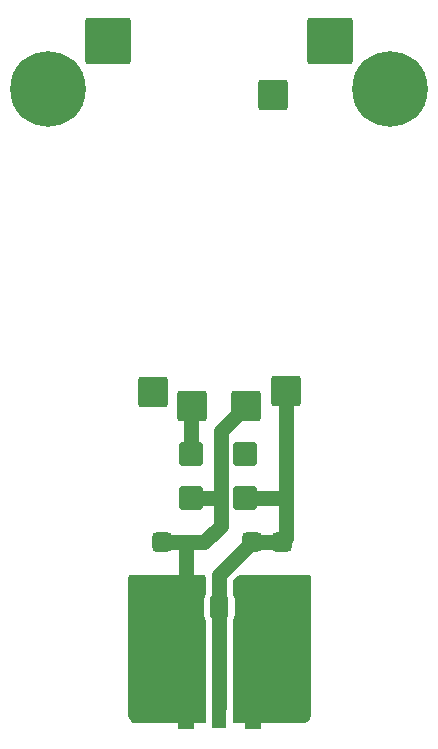
<source format=gbr>
%TF.GenerationSoftware,KiCad,Pcbnew,6.0.2+dfsg-1*%
%TF.CreationDate,2023-02-03T10:11:00+01:00*%
%TF.ProjectId,UniBalun1.2,556e6942-616c-4756-9e31-2e322e6b6963,rev?*%
%TF.SameCoordinates,Original*%
%TF.FileFunction,Copper,L1,Top*%
%TF.FilePolarity,Positive*%
%FSLAX46Y46*%
G04 Gerber Fmt 4.6, Leading zero omitted, Abs format (unit mm)*
G04 Created by KiCad (PCBNEW 6.0.2+dfsg-1) date 2023-02-03 10:11:00*
%MOMM*%
%LPD*%
G01*
G04 APERTURE LIST*
G04 Aperture macros list*
%AMRoundRect*
0 Rectangle with rounded corners*
0 $1 Rounding radius*
0 $2 $3 $4 $5 $6 $7 $8 $9 X,Y pos of 4 corners*
0 Add a 4 corners polygon primitive as box body*
4,1,4,$2,$3,$4,$5,$6,$7,$8,$9,$2,$3,0*
0 Add four circle primitives for the rounded corners*
1,1,$1+$1,$2,$3*
1,1,$1+$1,$4,$5*
1,1,$1+$1,$6,$7*
1,1,$1+$1,$8,$9*
0 Add four rect primitives between the rounded corners*
20,1,$1+$1,$2,$3,$4,$5,0*
20,1,$1+$1,$4,$5,$6,$7,0*
20,1,$1+$1,$6,$7,$8,$9,0*
20,1,$1+$1,$8,$9,$2,$3,0*%
G04 Aperture macros list end*
%TA.AperFunction,ComponentPad*%
%ADD10RoundRect,0.249999X-1.025001X-1.025001X1.025001X-1.025001X1.025001X1.025001X-1.025001X1.025001X0*%
%TD*%
%TA.AperFunction,ComponentPad*%
%ADD11RoundRect,0.250002X-1.699998X-1.699998X1.699998X-1.699998X1.699998X1.699998X-1.699998X1.699998X0*%
%TD*%
%TA.AperFunction,ComponentPad*%
%ADD12O,1.600000X2.500000*%
%TD*%
%TA.AperFunction,ComponentPad*%
%ADD13O,3.500000X7.000000*%
%TD*%
%TA.AperFunction,ComponentPad*%
%ADD14RoundRect,0.250000X-0.750000X-0.750000X0.750000X-0.750000X0.750000X0.750000X-0.750000X0.750000X0*%
%TD*%
%TA.AperFunction,ComponentPad*%
%ADD15C,6.400000*%
%TD*%
%TA.AperFunction,ComponentPad*%
%ADD16RoundRect,0.425000X0.425000X0.425000X-0.425000X0.425000X-0.425000X-0.425000X0.425000X-0.425000X0*%
%TD*%
%TA.AperFunction,SMDPad,CuDef*%
%ADD17R,1.270000X3.600000*%
%TD*%
%TA.AperFunction,SMDPad,CuDef*%
%ADD18R,1.350000X4.200000*%
%TD*%
%TA.AperFunction,ViaPad*%
%ADD19C,0.800000*%
%TD*%
%TA.AperFunction,Conductor*%
%ADD20C,1.300000*%
%TD*%
%TA.AperFunction,Conductor*%
%ADD21C,1.000000*%
%TD*%
G04 APERTURE END LIST*
D10*
%TO.P,U2,1,a*%
%TO.N,GND*%
X119837200Y-79121000D03*
%TO.P,U2,2,b*%
%TO.N,Net-(C1-Pad1)*%
X123266200Y-77851000D03*
%TO.P,U2,3,a'*%
%TO.N,Net-(H2-Pad1)*%
X111963200Y-77978000D03*
%TO.P,U2,4,b'*%
%TO.N,Net-(U1-Pad1)*%
X115265200Y-79121000D03*
%TO.P,U2,5,x*%
%TO.N,Net-(H1-Pad1)*%
X122123200Y-52832000D03*
%TD*%
D11*
%TO.P,J5,1,Pin_1*%
%TO.N,Net-(H2-Pad1)*%
X108204000Y-48260000D03*
%TD*%
D12*
%TO.P,J1,1,In*%
%TO.N,Net-(C1-Pad1)*%
X117602000Y-96210000D03*
D13*
%TO.P,J1,2,Ext*%
%TO.N,GND*%
X122682000Y-101290000D03*
D12*
X120142000Y-96210000D03*
D13*
X112522000Y-101290000D03*
%TD*%
D11*
%TO.P,J3,1,Pin_1*%
%TO.N,Net-(H1-Pad1)*%
X127000000Y-48260000D03*
%TD*%
D14*
%TO.P,U1,1,1*%
%TO.N,Net-(U1-Pad1)*%
X115239800Y-83235800D03*
%TO.P,U1,2,2*%
%TO.N,GND*%
X115239800Y-86918800D03*
%TO.P,U1,3,3*%
%TO.N,Net-(H1-Pad1)*%
X119811800Y-83235800D03*
%TO.P,U1,4,4*%
%TO.N,Net-(C1-Pad1)*%
X119811800Y-86918800D03*
%TD*%
D15*
%TO.P,H2,1,1*%
%TO.N,Net-(H2-Pad1)*%
X103124000Y-52324000D03*
%TD*%
D16*
%TO.P,C1,1*%
%TO.N,Net-(C1-Pad1)*%
X120396000Y-90678000D03*
X122936000Y-90678000D03*
%TO.P,C1,2*%
%TO.N,GND*%
X112776000Y-90678000D03*
%TD*%
D15*
%TO.P,H1,1,1*%
%TO.N,Net-(H1-Pad1)*%
X132080000Y-52324000D03*
%TD*%
D17*
%TO.P,J2,1,In*%
%TO.N,Net-(C1-Pad1)*%
X117602000Y-104622600D03*
D18*
%TO.P,J2,2,Ext*%
%TO.N,GND*%
X114777000Y-104422600D03*
X120427000Y-104422600D03*
%TD*%
D19*
%TO.N,GND*%
X110490000Y-105410000D03*
X119380000Y-99060000D03*
X115570000Y-99060000D03*
X114300000Y-93980000D03*
X115570000Y-93980000D03*
X115570000Y-101600000D03*
X111760000Y-93980000D03*
X115570000Y-95250000D03*
X124460000Y-93980000D03*
X113030000Y-93980000D03*
X123190000Y-93980000D03*
X110490000Y-96520000D03*
X124460000Y-95250000D03*
X121920000Y-93980000D03*
X115570000Y-96520000D03*
X119380000Y-101600000D03*
X119380000Y-100330000D03*
X115570000Y-100330000D03*
X120650000Y-93980000D03*
X110490000Y-95250000D03*
X115570000Y-97790000D03*
X111760000Y-105410000D03*
X113030000Y-105410000D03*
X124460000Y-105410000D03*
X110490000Y-97790000D03*
X110490000Y-93980000D03*
X119380000Y-93980000D03*
X121920000Y-105410000D03*
X123190000Y-105410000D03*
X124460000Y-96520000D03*
X124460000Y-97790000D03*
%TD*%
D20*
%TO.N,Net-(C1-Pad1)*%
X117602000Y-104648000D02*
X117602000Y-96210000D01*
X117602000Y-93472000D02*
X120396000Y-90678000D01*
X120396000Y-90678000D02*
X122936000Y-90678000D01*
X123266200Y-77851000D02*
X123266200Y-86733800D01*
X123266200Y-86733800D02*
X123266200Y-90347800D01*
X117602000Y-96210000D02*
X117602000Y-93472000D01*
X119811800Y-86918800D02*
X123081200Y-86918800D01*
X123081200Y-86918800D02*
X123266200Y-86733800D01*
X122936000Y-90678000D02*
X123266200Y-90347800D01*
%TO.N,GND*%
X116322000Y-90678000D02*
X117712680Y-89287320D01*
X115239800Y-86918800D02*
X117506560Y-86918800D01*
X117712680Y-81245520D02*
X119837200Y-79121000D01*
D21*
X116322000Y-90678000D02*
X114808000Y-90678000D01*
D20*
X112776000Y-90678000D02*
X116322000Y-90678000D01*
D21*
X112776000Y-101036000D02*
X112522000Y-101290000D01*
D20*
X114808000Y-90678000D02*
X114808000Y-94234000D01*
X117712680Y-89287320D02*
X117712680Y-81245520D01*
%TO.N,Net-(U1-Pad1)*%
X115239800Y-83235800D02*
X115239800Y-79146400D01*
X115239800Y-79146400D02*
X115265200Y-79121000D01*
%TD*%
%TA.AperFunction,Conductor*%
%TO.N,GND*%
G36*
X125295352Y-93492002D02*
G01*
X125341845Y-93545658D01*
X125353231Y-93598000D01*
X125353231Y-105337721D01*
X125353132Y-105339172D01*
X125352717Y-105340628D01*
X125352783Y-105350465D01*
X125352786Y-105350945D01*
X125349564Y-105380111D01*
X125326813Y-105478721D01*
X125323599Y-105492652D01*
X125315169Y-105517252D01*
X125258079Y-105640584D01*
X125244780Y-105662926D01*
X125163585Y-105771911D01*
X125145979Y-105791050D01*
X125044140Y-105881043D01*
X125022979Y-105896160D01*
X124977799Y-105921846D01*
X124904833Y-105963327D01*
X124881019Y-105973778D01*
X124751604Y-106015258D01*
X124726151Y-106020598D01*
X124694009Y-106023933D01*
X124617969Y-106031824D01*
X124602100Y-106031417D01*
X124602089Y-106032279D01*
X124593110Y-106032169D01*
X124584240Y-106030788D01*
X124575339Y-106031952D01*
X124575335Y-106031952D01*
X124552720Y-106034910D01*
X124536382Y-106035974D01*
X118871500Y-106035974D01*
X118803379Y-106015972D01*
X118756886Y-105962316D01*
X118745500Y-105909974D01*
X118745500Y-104851190D01*
X118746373Y-104836381D01*
X118760063Y-104720707D01*
X118760500Y-104717018D01*
X118760500Y-97299697D01*
X118772305Y-97246447D01*
X118833961Y-97114225D01*
X118833961Y-97114224D01*
X118836284Y-97109243D01*
X118895543Y-96888087D01*
X118910500Y-96717127D01*
X118910500Y-95702873D01*
X118895543Y-95531913D01*
X118836284Y-95310757D01*
X118772305Y-95173553D01*
X118760500Y-95120303D01*
X118760500Y-94004056D01*
X118780502Y-93935935D01*
X118797405Y-93914961D01*
X119203461Y-93508905D01*
X119265773Y-93474879D01*
X119292556Y-93472000D01*
X125227231Y-93472000D01*
X125295352Y-93492002D01*
G37*
%TD.AperFunction*%
%TA.AperFunction,Conductor*%
G36*
X116385621Y-93492002D02*
G01*
X116432114Y-93545658D01*
X116443500Y-93598000D01*
X116443500Y-95120303D01*
X116431695Y-95173553D01*
X116367716Y-95310757D01*
X116308457Y-95531913D01*
X116293500Y-95702873D01*
X116293500Y-96717127D01*
X116308457Y-96888087D01*
X116367716Y-97109243D01*
X116370039Y-97114224D01*
X116370039Y-97114225D01*
X116431695Y-97246447D01*
X116443500Y-97299697D01*
X116443500Y-104702013D01*
X116444879Y-104717018D01*
X116457971Y-104859502D01*
X116458500Y-104871031D01*
X116458500Y-105909974D01*
X116438498Y-105978095D01*
X116384842Y-106024588D01*
X116332500Y-106035974D01*
X110708100Y-106035974D01*
X110688715Y-106034474D01*
X110673914Y-106032169D01*
X110673911Y-106032169D01*
X110665042Y-106030788D01*
X110656140Y-106031952D01*
X110656137Y-106031952D01*
X110655017Y-106032099D01*
X110625490Y-106032471D01*
X110600340Y-106029824D01*
X110514686Y-106020808D01*
X110488886Y-106015316D01*
X110363722Y-105974586D01*
X110339631Y-105963842D01*
X110338741Y-105963327D01*
X110225697Y-105897949D01*
X110204371Y-105882425D01*
X110106648Y-105794248D01*
X110089023Y-105774627D01*
X110011796Y-105668029D01*
X109998650Y-105645180D01*
X109945308Y-105524834D01*
X109937205Y-105499740D01*
X109915636Y-105397283D01*
X109914402Y-105381499D01*
X109913506Y-105381580D01*
X109912695Y-105372632D01*
X109913160Y-105363671D01*
X109911090Y-105354936D01*
X109910546Y-105348932D01*
X109910031Y-105337555D01*
X109910031Y-93598000D01*
X109930033Y-93529879D01*
X109983689Y-93483386D01*
X110036031Y-93472000D01*
X116317500Y-93472000D01*
X116385621Y-93492002D01*
G37*
%TD.AperFunction*%
%TD*%
M02*

</source>
